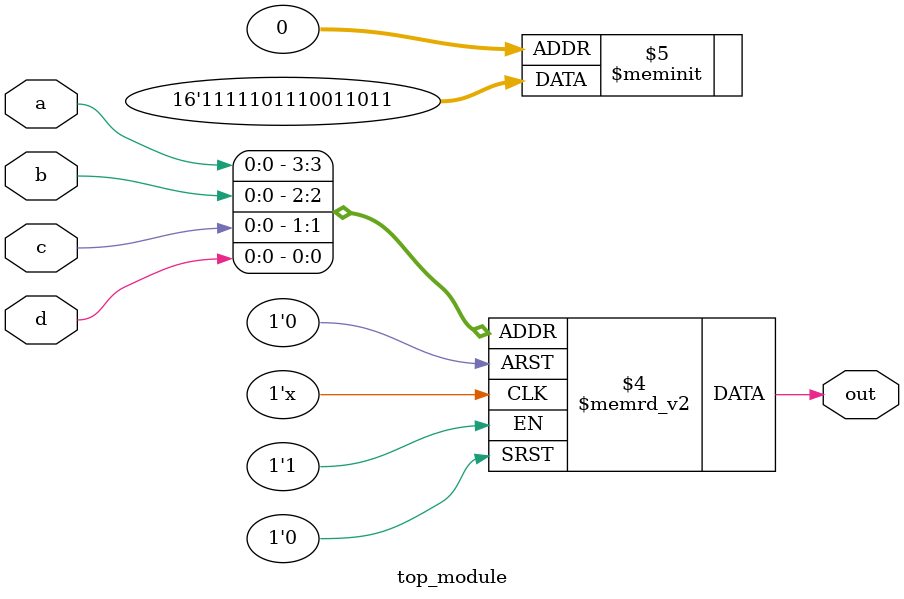
<source format=sv>
module top_module (
	input a, 
	input b,
	input c,
	input d,
	output reg out
);

	// Implement the circuit described by the Karnaugh map

	always @(*)
	begin
		case ({a, b, c, d})
			4'b0000: out = 1;
			4'b0001: out = 1;
			4'b0010: out = 0;
			4'b0011: out = 1;
			4'b0100: out = 1;
			4'b0101: out = 0;
			4'b0110: out = 0;
			4'b0111: out = 1;
			4'b1000: out = 1;
			4'b1001: out = 1;
			4'b1010: out = 0;
			4'b1011: out = 1;
			4'b1100: out = 1;
			4'b1101: out = 1;
			4'b1110: out = 1;
			4'b1111: out = 1;
			default: out = 0;	
		endcase
	end

endmodule

</source>
